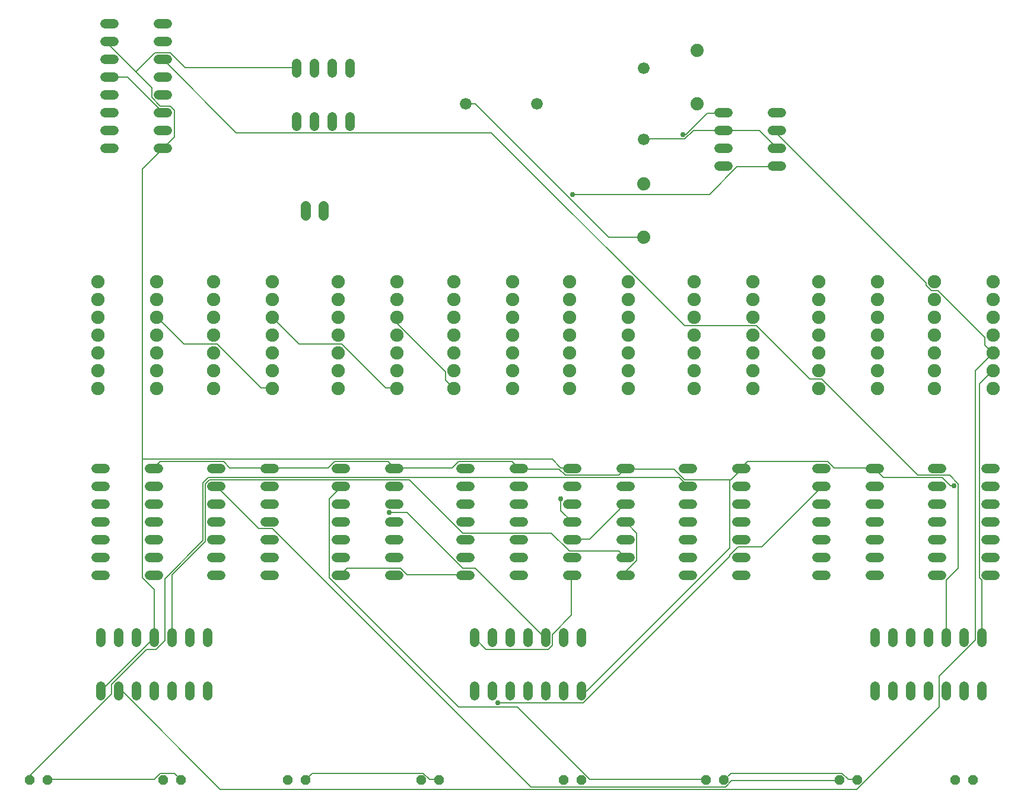
<source format=gbr>
G04 EAGLE Gerber RS-274X export*
G75*
%MOMM*%
%FSLAX34Y34*%
%LPD*%
%INBottom Copper*%
%IPPOS*%
%AMOC8*
5,1,8,0,0,1.08239X$1,22.5*%
G01*
%ADD10C,1.676400*%
%ADD11C,1.320800*%
%ADD12P,1.429621X8X22.500000*%
%ADD13C,1.879600*%
%ADD14C,1.422400*%
%ADD15C,1.905000*%
%ADD16C,0.152400*%
%ADD17C,0.756400*%


D10*
X673100Y1028700D03*
X774700Y1028700D03*
X927100Y1079500D03*
X927100Y977900D03*
D11*
X431800Y996696D02*
X431800Y1009904D01*
X457200Y1009904D02*
X457200Y996696D01*
X457200Y1072896D02*
X457200Y1086104D01*
X431800Y1086104D02*
X431800Y1072896D01*
X482600Y1009904D02*
X482600Y996696D01*
X508000Y996696D02*
X508000Y1009904D01*
X482600Y1072896D02*
X482600Y1086104D01*
X508000Y1086104D02*
X508000Y1072896D01*
X247904Y965200D02*
X234696Y965200D01*
X234696Y990600D02*
X247904Y990600D01*
X247904Y1117600D02*
X234696Y1117600D01*
X234696Y1143000D02*
X247904Y1143000D01*
X247904Y1016000D02*
X234696Y1016000D01*
X234696Y1041400D02*
X247904Y1041400D01*
X247904Y1092200D02*
X234696Y1092200D01*
X234696Y1066800D02*
X247904Y1066800D01*
X171704Y1143000D02*
X158496Y1143000D01*
X158496Y1117600D02*
X171704Y1117600D01*
X171704Y1092200D02*
X158496Y1092200D01*
X158496Y1066800D02*
X171704Y1066800D01*
X171704Y1041400D02*
X158496Y1041400D01*
X158496Y1016000D02*
X171704Y1016000D01*
X171704Y990600D02*
X158496Y990600D01*
X158496Y965200D02*
X171704Y965200D01*
X1110996Y939800D02*
X1124204Y939800D01*
X1124204Y965200D02*
X1110996Y965200D01*
X1048004Y965200D02*
X1034796Y965200D01*
X1034796Y939800D02*
X1048004Y939800D01*
X1110996Y990600D02*
X1124204Y990600D01*
X1124204Y1016000D02*
X1110996Y1016000D01*
X1048004Y990600D02*
X1034796Y990600D01*
X1034796Y1016000D02*
X1048004Y1016000D01*
D12*
X50800Y63500D03*
X76200Y63500D03*
X241300Y63500D03*
X266700Y63500D03*
X419100Y63500D03*
X444500Y63500D03*
X609600Y63500D03*
X635000Y63500D03*
X812800Y63500D03*
X838200Y63500D03*
X1016000Y63500D03*
X1041400Y63500D03*
X1206500Y63500D03*
X1231900Y63500D03*
X1371600Y63500D03*
X1397000Y63500D03*
D13*
X927100Y914400D03*
X927100Y838200D03*
X1003300Y1028700D03*
X1003300Y1104900D03*
D14*
X444500Y883412D02*
X444500Y869188D01*
X469900Y869188D02*
X469900Y883412D01*
D15*
X905510Y622300D03*
X905510Y647700D03*
X905510Y673100D03*
X905510Y698500D03*
X905510Y723900D03*
X905510Y749300D03*
X905510Y774700D03*
X821690Y774700D03*
X821690Y749300D03*
X821690Y723900D03*
X821690Y698500D03*
X821690Y673100D03*
X821690Y647700D03*
X821690Y622300D03*
X1426210Y622300D03*
X1426210Y647700D03*
X1426210Y673100D03*
X1426210Y698500D03*
X1426210Y723900D03*
X1426210Y749300D03*
X1426210Y774700D03*
X1342390Y774700D03*
X1342390Y749300D03*
X1342390Y723900D03*
X1342390Y698500D03*
X1342390Y673100D03*
X1342390Y647700D03*
X1342390Y622300D03*
X1261110Y622300D03*
X1261110Y647700D03*
X1261110Y673100D03*
X1261110Y698500D03*
X1261110Y723900D03*
X1261110Y749300D03*
X1261110Y774700D03*
X1177290Y774700D03*
X1177290Y749300D03*
X1177290Y723900D03*
X1177290Y698500D03*
X1177290Y673100D03*
X1177290Y647700D03*
X1177290Y622300D03*
X1083310Y622300D03*
X1083310Y647700D03*
X1083310Y673100D03*
X1083310Y698500D03*
X1083310Y723900D03*
X1083310Y749300D03*
X1083310Y774700D03*
X999490Y774700D03*
X999490Y749300D03*
X999490Y723900D03*
X999490Y698500D03*
X999490Y673100D03*
X999490Y647700D03*
X999490Y622300D03*
X656590Y622300D03*
X656590Y647700D03*
X656590Y673100D03*
X656590Y698500D03*
X656590Y723900D03*
X656590Y749300D03*
X656590Y774700D03*
X740410Y774700D03*
X740410Y749300D03*
X740410Y723900D03*
X740410Y698500D03*
X740410Y673100D03*
X740410Y647700D03*
X740410Y622300D03*
X575310Y622300D03*
X575310Y647700D03*
X575310Y673100D03*
X575310Y698500D03*
X575310Y723900D03*
X575310Y749300D03*
X575310Y774700D03*
X491490Y774700D03*
X491490Y749300D03*
X491490Y723900D03*
X491490Y698500D03*
X491490Y673100D03*
X491490Y647700D03*
X491490Y622300D03*
X397510Y622300D03*
X397510Y647700D03*
X397510Y673100D03*
X397510Y698500D03*
X397510Y723900D03*
X397510Y749300D03*
X397510Y774700D03*
X313690Y774700D03*
X313690Y749300D03*
X313690Y723900D03*
X313690Y698500D03*
X313690Y673100D03*
X313690Y647700D03*
X313690Y622300D03*
X232410Y622300D03*
X232410Y647700D03*
X232410Y673100D03*
X232410Y698500D03*
X232410Y723900D03*
X232410Y749300D03*
X232410Y774700D03*
X148590Y774700D03*
X148590Y749300D03*
X148590Y723900D03*
X148590Y698500D03*
X148590Y673100D03*
X148590Y647700D03*
X148590Y622300D03*
D11*
X983996Y508000D02*
X997204Y508000D01*
X997204Y482600D02*
X983996Y482600D01*
X983996Y355600D02*
X997204Y355600D01*
X1060196Y355600D02*
X1073404Y355600D01*
X997204Y457200D02*
X983996Y457200D01*
X983996Y431800D02*
X997204Y431800D01*
X997204Y381000D02*
X983996Y381000D01*
X983996Y406400D02*
X997204Y406400D01*
X1060196Y381000D02*
X1073404Y381000D01*
X1073404Y406400D02*
X1060196Y406400D01*
X1060196Y431800D02*
X1073404Y431800D01*
X1073404Y457200D02*
X1060196Y457200D01*
X1060196Y482600D02*
X1073404Y482600D01*
X1073404Y508000D02*
X1060196Y508000D01*
X304800Y273304D02*
X304800Y260096D01*
X279400Y260096D02*
X279400Y273304D01*
X152400Y273304D02*
X152400Y260096D01*
X152400Y197104D02*
X152400Y183896D01*
X254000Y260096D02*
X254000Y273304D01*
X228600Y273304D02*
X228600Y260096D01*
X177800Y260096D02*
X177800Y273304D01*
X203200Y273304D02*
X203200Y260096D01*
X177800Y197104D02*
X177800Y183896D01*
X203200Y183896D02*
X203200Y197104D01*
X228600Y197104D02*
X228600Y183896D01*
X254000Y183896D02*
X254000Y197104D01*
X279400Y197104D02*
X279400Y183896D01*
X304800Y183896D02*
X304800Y197104D01*
X838200Y260096D02*
X838200Y273304D01*
X812800Y273304D02*
X812800Y260096D01*
X685800Y260096D02*
X685800Y273304D01*
X685800Y197104D02*
X685800Y183896D01*
X787400Y260096D02*
X787400Y273304D01*
X762000Y273304D02*
X762000Y260096D01*
X711200Y260096D02*
X711200Y273304D01*
X736600Y273304D02*
X736600Y260096D01*
X711200Y197104D02*
X711200Y183896D01*
X736600Y183896D02*
X736600Y197104D01*
X762000Y197104D02*
X762000Y183896D01*
X787400Y183896D02*
X787400Y197104D01*
X812800Y197104D02*
X812800Y183896D01*
X838200Y183896D02*
X838200Y197104D01*
X1409700Y260096D02*
X1409700Y273304D01*
X1384300Y273304D02*
X1384300Y260096D01*
X1257300Y260096D02*
X1257300Y273304D01*
X1257300Y197104D02*
X1257300Y183896D01*
X1358900Y260096D02*
X1358900Y273304D01*
X1333500Y273304D02*
X1333500Y260096D01*
X1282700Y260096D02*
X1282700Y273304D01*
X1308100Y273304D02*
X1308100Y260096D01*
X1282700Y197104D02*
X1282700Y183896D01*
X1308100Y183896D02*
X1308100Y197104D01*
X1333500Y197104D02*
X1333500Y183896D01*
X1358900Y183896D02*
X1358900Y197104D01*
X1384300Y197104D02*
X1384300Y183896D01*
X1409700Y183896D02*
X1409700Y197104D01*
X1352804Y508000D02*
X1339596Y508000D01*
X1339596Y482600D02*
X1352804Y482600D01*
X1352804Y355600D02*
X1339596Y355600D01*
X1415796Y355600D02*
X1429004Y355600D01*
X1352804Y457200D02*
X1339596Y457200D01*
X1339596Y431800D02*
X1352804Y431800D01*
X1352804Y381000D02*
X1339596Y381000D01*
X1339596Y406400D02*
X1352804Y406400D01*
X1415796Y381000D02*
X1429004Y381000D01*
X1429004Y406400D02*
X1415796Y406400D01*
X1415796Y431800D02*
X1429004Y431800D01*
X1429004Y457200D02*
X1415796Y457200D01*
X1415796Y482600D02*
X1429004Y482600D01*
X1429004Y508000D02*
X1415796Y508000D01*
X1187704Y508000D02*
X1174496Y508000D01*
X1174496Y482600D02*
X1187704Y482600D01*
X1187704Y355600D02*
X1174496Y355600D01*
X1250696Y355600D02*
X1263904Y355600D01*
X1187704Y457200D02*
X1174496Y457200D01*
X1174496Y431800D02*
X1187704Y431800D01*
X1187704Y381000D02*
X1174496Y381000D01*
X1174496Y406400D02*
X1187704Y406400D01*
X1250696Y381000D02*
X1263904Y381000D01*
X1263904Y406400D02*
X1250696Y406400D01*
X1250696Y431800D02*
X1263904Y431800D01*
X1263904Y457200D02*
X1250696Y457200D01*
X1250696Y482600D02*
X1263904Y482600D01*
X1263904Y508000D02*
X1250696Y508000D01*
X679704Y508000D02*
X666496Y508000D01*
X666496Y482600D02*
X679704Y482600D01*
X679704Y355600D02*
X666496Y355600D01*
X742696Y355600D02*
X755904Y355600D01*
X679704Y457200D02*
X666496Y457200D01*
X666496Y431800D02*
X679704Y431800D01*
X679704Y381000D02*
X666496Y381000D01*
X666496Y406400D02*
X679704Y406400D01*
X742696Y381000D02*
X755904Y381000D01*
X755904Y406400D02*
X742696Y406400D01*
X742696Y431800D02*
X755904Y431800D01*
X755904Y457200D02*
X742696Y457200D01*
X742696Y482600D02*
X755904Y482600D01*
X755904Y508000D02*
X742696Y508000D01*
X501904Y508000D02*
X488696Y508000D01*
X488696Y482600D02*
X501904Y482600D01*
X501904Y355600D02*
X488696Y355600D01*
X564896Y355600D02*
X578104Y355600D01*
X501904Y457200D02*
X488696Y457200D01*
X488696Y431800D02*
X501904Y431800D01*
X501904Y381000D02*
X488696Y381000D01*
X488696Y406400D02*
X501904Y406400D01*
X564896Y381000D02*
X578104Y381000D01*
X578104Y406400D02*
X564896Y406400D01*
X564896Y431800D02*
X578104Y431800D01*
X578104Y457200D02*
X564896Y457200D01*
X564896Y482600D02*
X578104Y482600D01*
X578104Y508000D02*
X564896Y508000D01*
X324104Y508000D02*
X310896Y508000D01*
X310896Y482600D02*
X324104Y482600D01*
X324104Y355600D02*
X310896Y355600D01*
X387096Y355600D02*
X400304Y355600D01*
X324104Y457200D02*
X310896Y457200D01*
X310896Y431800D02*
X324104Y431800D01*
X324104Y381000D02*
X310896Y381000D01*
X310896Y406400D02*
X324104Y406400D01*
X387096Y381000D02*
X400304Y381000D01*
X400304Y406400D02*
X387096Y406400D01*
X387096Y431800D02*
X400304Y431800D01*
X400304Y457200D02*
X387096Y457200D01*
X387096Y482600D02*
X400304Y482600D01*
X400304Y508000D02*
X387096Y508000D01*
X159004Y508000D02*
X145796Y508000D01*
X145796Y482600D02*
X159004Y482600D01*
X159004Y355600D02*
X145796Y355600D01*
X221996Y355600D02*
X235204Y355600D01*
X159004Y457200D02*
X145796Y457200D01*
X145796Y431800D02*
X159004Y431800D01*
X159004Y381000D02*
X145796Y381000D01*
X145796Y406400D02*
X159004Y406400D01*
X221996Y381000D02*
X235204Y381000D01*
X235204Y406400D02*
X221996Y406400D01*
X221996Y431800D02*
X235204Y431800D01*
X235204Y457200D02*
X221996Y457200D01*
X221996Y482600D02*
X235204Y482600D01*
X235204Y508000D02*
X221996Y508000D01*
X818896Y508000D02*
X832104Y508000D01*
X832104Y482600D02*
X818896Y482600D01*
X818896Y355600D02*
X832104Y355600D01*
X895096Y355600D02*
X908304Y355600D01*
X832104Y457200D02*
X818896Y457200D01*
X818896Y431800D02*
X832104Y431800D01*
X832104Y381000D02*
X818896Y381000D01*
X818896Y406400D02*
X832104Y406400D01*
X895096Y381000D02*
X908304Y381000D01*
X908304Y406400D02*
X895096Y406400D01*
X895096Y431800D02*
X908304Y431800D01*
X908304Y457200D02*
X895096Y457200D01*
X895096Y482600D02*
X908304Y482600D01*
X908304Y508000D02*
X895096Y508000D01*
D16*
X393192Y509016D02*
X336804Y509016D01*
X327660Y518160D01*
X237744Y518160D01*
X228600Y509016D01*
X393192Y509016D02*
X393700Y508000D01*
X228600Y508000D02*
X228600Y509016D01*
X571500Y509016D02*
X653796Y509016D01*
X662940Y518160D01*
X739140Y518160D01*
X749300Y508000D01*
X838200Y190500D02*
X845820Y190500D01*
X1050036Y394716D01*
X1050036Y490728D01*
X1051560Y492252D02*
X1066800Y507492D01*
X1051560Y492252D02*
X1050036Y490728D01*
X1066800Y507492D02*
X1066800Y508000D01*
X970788Y507492D02*
X902208Y507492D01*
X970788Y507492D02*
X986028Y492252D01*
X1051560Y492252D01*
X902208Y507492D02*
X901700Y508000D01*
X1199388Y509016D02*
X1257300Y509016D01*
X1199388Y509016D02*
X1190244Y518160D01*
X1075944Y518160D01*
X1066800Y509016D01*
X1257300Y509016D02*
X1257300Y508000D01*
X1066800Y508000D02*
X1066800Y509016D01*
X806196Y507492D02*
X749808Y507492D01*
X806196Y507492D02*
X815340Y498348D01*
X891540Y498348D01*
X900684Y507492D01*
X749808Y507492D02*
X749300Y508000D01*
X900684Y507492D02*
X901700Y508000D01*
X1365504Y483108D02*
X1370076Y483108D01*
X1365504Y483108D02*
X1353312Y495300D01*
X1269492Y495300D01*
X1257300Y507492D01*
X1257300Y508000D01*
X477012Y509016D02*
X394716Y509016D01*
X477012Y509016D02*
X486156Y518160D01*
X562356Y518160D01*
X571500Y509016D01*
X394716Y509016D02*
X393700Y508000D01*
X571500Y508000D02*
X571500Y509016D01*
D17*
X1370076Y483108D03*
D16*
X672084Y356616D02*
X589788Y356616D01*
X580644Y365760D01*
X504444Y365760D01*
X495300Y356616D01*
X672084Y356616D02*
X673100Y355600D01*
X495300Y355600D02*
X495300Y356616D01*
X824484Y355092D02*
X824484Y298704D01*
X797052Y271272D01*
X797052Y256032D01*
X790956Y249936D01*
X702564Y249936D01*
X685800Y266700D01*
X824484Y355092D02*
X825500Y355600D01*
X1409700Y348996D02*
X1409700Y266700D01*
X1409700Y348996D02*
X1406652Y352044D01*
X1406652Y629412D01*
X1424940Y647700D01*
X1426210Y647700D01*
X841248Y173736D02*
X719328Y173736D01*
X841248Y173736D02*
X1050036Y382524D01*
X1050036Y384048D01*
X1062228Y396240D01*
X1095756Y396240D01*
X1181100Y481584D01*
X1181100Y482600D01*
D17*
X719328Y173736D03*
D16*
X51816Y70104D02*
X51816Y64008D01*
X51816Y70104D02*
X167640Y185928D01*
X167640Y199644D01*
X217932Y249936D01*
X231648Y249936D01*
X243840Y262128D01*
X243840Y350520D01*
X298704Y405384D01*
X298704Y487680D01*
X306324Y495300D01*
X978408Y495300D01*
X990600Y483108D01*
X51816Y64008D02*
X50800Y63500D01*
X990600Y482600D02*
X990600Y483108D01*
X1014984Y64008D02*
X850392Y64008D01*
X746760Y167640D01*
X662940Y167640D01*
X478536Y352044D01*
X478536Y464820D01*
X495300Y481584D01*
X1014984Y64008D02*
X1016000Y63500D01*
X495300Y481584D02*
X495300Y482600D01*
X1053084Y62484D02*
X1205484Y62484D01*
X1053084Y62484D02*
X1043940Y53340D01*
X766572Y53340D01*
X397764Y422148D01*
X377952Y422148D01*
X317500Y482600D01*
X1205484Y62484D02*
X1206500Y63500D01*
X576072Y714756D02*
X576072Y723900D01*
X576072Y714756D02*
X644652Y646176D01*
X644652Y633984D01*
X655320Y623316D01*
X576072Y723900D02*
X575310Y723900D01*
X655320Y623316D02*
X656590Y622300D01*
X574548Y623316D02*
X559308Y623316D01*
X496824Y685800D01*
X435864Y685800D01*
X397764Y723900D01*
X574548Y623316D02*
X575310Y622300D01*
X397764Y723900D02*
X397510Y723900D01*
X396240Y623316D02*
X381000Y623316D01*
X318516Y685800D01*
X271272Y685800D01*
X233172Y723900D01*
X396240Y623316D02*
X397510Y622300D01*
X233172Y723900D02*
X232410Y723900D01*
X228600Y64008D02*
X76200Y64008D01*
X228600Y64008D02*
X237744Y73152D01*
X257556Y73152D01*
X266700Y64008D01*
X76200Y64008D02*
X76200Y63500D01*
X266700Y64008D02*
X266700Y63500D01*
X621792Y64008D02*
X633984Y64008D01*
X621792Y64008D02*
X612648Y73152D01*
X454152Y73152D01*
X444500Y63500D01*
X633984Y64008D02*
X635000Y63500D01*
X1219200Y64008D02*
X1231392Y64008D01*
X1219200Y64008D02*
X1210056Y73152D01*
X1051560Y73152D01*
X1042416Y64008D01*
X1231392Y64008D02*
X1231900Y63500D01*
X1042416Y64008D02*
X1041400Y63500D01*
X190500Y1066800D02*
X165100Y1066800D01*
X190500Y1066800D02*
X241300Y1016000D01*
X1060704Y938784D02*
X1117092Y938784D01*
X1060704Y938784D02*
X1021080Y899160D01*
X826008Y899160D01*
X1117092Y938784D02*
X1117600Y939800D01*
D17*
X826008Y899160D03*
D16*
X254508Y356616D02*
X254508Y266700D01*
X254508Y356616D02*
X301752Y403860D01*
X301752Y486156D01*
X307848Y492252D01*
X592836Y492252D01*
X669036Y416052D01*
X795528Y416052D01*
X821436Y390144D01*
X891540Y390144D01*
X900684Y381000D01*
X254508Y266700D02*
X254000Y266700D01*
X900684Y381000D02*
X901700Y381000D01*
X850392Y406908D02*
X826008Y406908D01*
X850392Y406908D02*
X900684Y457200D01*
X826008Y406908D02*
X825500Y406400D01*
X900684Y457200D02*
X901700Y457200D01*
X589788Y445008D02*
X563880Y445008D01*
X589788Y445008D02*
X669036Y365760D01*
X687324Y365760D01*
X786384Y266700D01*
X787400Y266700D01*
D17*
X563880Y445008D03*
D16*
X1359408Y348996D02*
X1359408Y266700D01*
X1359408Y348996D02*
X1376172Y365760D01*
X1376172Y486156D01*
X1363980Y498348D01*
X1318260Y498348D01*
X1181100Y635508D01*
X1164336Y635508D01*
X1088136Y711708D01*
X986028Y711708D01*
X710184Y987552D01*
X345948Y987552D01*
X241300Y1092200D01*
X1358900Y266700D02*
X1359408Y266700D01*
X809244Y448056D02*
X809244Y464820D01*
X809244Y448056D02*
X825500Y431800D01*
X902208Y361188D02*
X902208Y356616D01*
X902208Y361188D02*
X917448Y376428D01*
X917448Y416052D01*
X901700Y431800D01*
X902208Y356616D02*
X901700Y355600D01*
X228600Y266700D02*
X152400Y190500D01*
X166116Y1110996D02*
X166116Y1117092D01*
X202692Y1074420D02*
X225552Y1051560D01*
X202692Y1074420D02*
X166116Y1110996D01*
X225552Y1051560D02*
X225552Y1037844D01*
X237744Y1025652D01*
X251460Y1025652D01*
X257556Y1019556D01*
X257556Y981456D01*
X241300Y965200D01*
X166116Y1117092D02*
X165100Y1117600D01*
X272796Y1080516D02*
X431292Y1080516D01*
X272796Y1080516D02*
X251460Y1101852D01*
X230124Y1101852D01*
X202692Y1074420D01*
X431292Y1080516D02*
X431800Y1079500D01*
X228600Y335280D02*
X228600Y266700D01*
X228600Y335280D02*
X211836Y352044D01*
X211836Y521208D02*
X211836Y935736D01*
X211836Y521208D02*
X211836Y352044D01*
X211836Y935736D02*
X241300Y965200D01*
X809244Y509016D02*
X824484Y509016D01*
X809244Y509016D02*
X797052Y521208D01*
X211836Y521208D01*
X824484Y509016D02*
X825500Y508000D01*
D17*
X809244Y464820D03*
D16*
X1041400Y990600D02*
X1092708Y990600D01*
X1117092Y966216D01*
X1117600Y965200D01*
X1041400Y990600D02*
X998220Y990600D01*
X986028Y978408D01*
X928116Y978408D01*
X927100Y977900D01*
X687324Y1028700D02*
X673100Y1028700D01*
X687324Y1028700D02*
X877824Y838200D01*
X927100Y838200D01*
X982980Y984504D02*
X987552Y984504D01*
X1018032Y1014984D01*
X1040892Y1014984D01*
X1041400Y1016000D01*
D17*
X982980Y984504D03*
D16*
X182880Y190500D02*
X177800Y190500D01*
X182880Y190500D02*
X323088Y50292D01*
X1231392Y50292D01*
X1348740Y167640D01*
X1348740Y211836D01*
X1400556Y263652D01*
X1400556Y647700D01*
X1424940Y672084D01*
X1426210Y673100D01*
X1118616Y984504D02*
X1118616Y990600D01*
X1118616Y984504D02*
X1330452Y772668D01*
X1330452Y769620D01*
X1338072Y762000D01*
X1347216Y762000D01*
X1414272Y694944D01*
X1414272Y684276D01*
X1424940Y673608D01*
X1118616Y990600D02*
X1117600Y990600D01*
X1424940Y673608D02*
X1426210Y673100D01*
M02*

</source>
